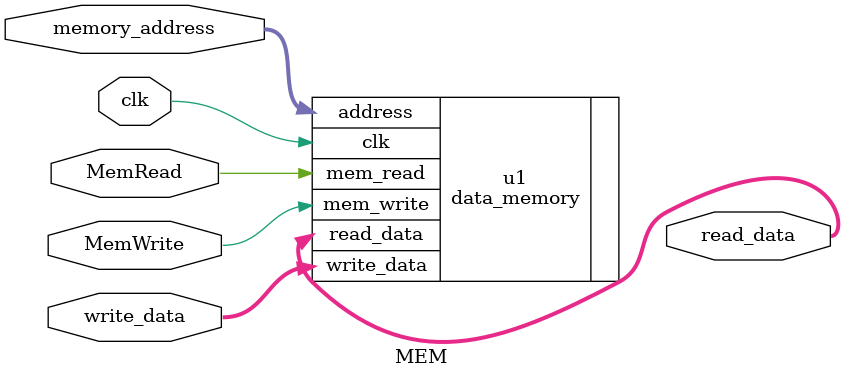
<source format=v>
`ifndef MEM 
`define MEM
`include "data_memory.v"
module MEM(
    input clk,
    input [63:0] memory_address,
    input [63:0] write_data,
    input MemWrite,
    input MemRead,
    output [63:0] read_data
    );

    
    
    data_memory u1(
        .clk(clk),
        .mem_write(MemWrite),
        .mem_read(MemRead),
        .address(memory_address),
        .write_data(write_data),
        .read_data(read_data)
    );


endmodule
// module and_for_branch(input wire branch, input wire zero,output PCSrc);
// assign PCSrc = branch & zero;
// endmodule

// module data_memory(
//     input clk,
//     input mem_write,
//     input mem_read,
//     input [63:0] address,
//     input [63:0] write_data,
//     output [63:0] read_data
// );

// reg [63:0] mem [255:0];

// assign read_data= (mem_read==1'b1) ? mem[address] : 64'd0;

// always@(posedge clk)
// begin
//     if(mem_write)
//     mem[address] <= write_data;
// end

// initial begin
//     #10000;  
//     $writememh("memory_dump.hex", mem);  
// end

// initial begin 
//     $readmemb("initial_data.txt",mem);
// end

// endmodule
`endif
</source>
